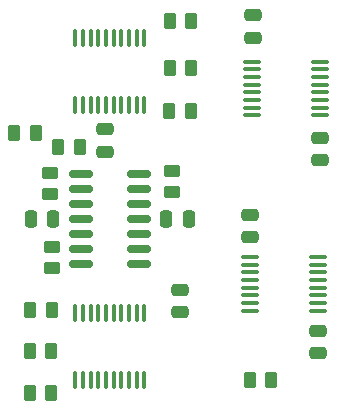
<source format=gbr>
%TF.GenerationSoftware,KiCad,Pcbnew,7.0.7*%
%TF.CreationDate,2024-06-06T22:47:17-06:00*%
%TF.ProjectId,VoiceBoardR2,566f6963-6542-46f6-9172-6452322e6b69,rev?*%
%TF.SameCoordinates,Original*%
%TF.FileFunction,Paste,Bot*%
%TF.FilePolarity,Positive*%
%FSLAX46Y46*%
G04 Gerber Fmt 4.6, Leading zero omitted, Abs format (unit mm)*
G04 Created by KiCad (PCBNEW 7.0.7) date 2024-06-06 22:47:17*
%MOMM*%
%LPD*%
G01*
G04 APERTURE LIST*
G04 Aperture macros list*
%AMRoundRect*
0 Rectangle with rounded corners*
0 $1 Rounding radius*
0 $2 $3 $4 $5 $6 $7 $8 $9 X,Y pos of 4 corners*
0 Add a 4 corners polygon primitive as box body*
4,1,4,$2,$3,$4,$5,$6,$7,$8,$9,$2,$3,0*
0 Add four circle primitives for the rounded corners*
1,1,$1+$1,$2,$3*
1,1,$1+$1,$4,$5*
1,1,$1+$1,$6,$7*
1,1,$1+$1,$8,$9*
0 Add four rect primitives between the rounded corners*
20,1,$1+$1,$2,$3,$4,$5,0*
20,1,$1+$1,$4,$5,$6,$7,0*
20,1,$1+$1,$6,$7,$8,$9,0*
20,1,$1+$1,$8,$9,$2,$3,0*%
G04 Aperture macros list end*
%ADD10RoundRect,0.250000X-0.262500X-0.450000X0.262500X-0.450000X0.262500X0.450000X-0.262500X0.450000X0*%
%ADD11RoundRect,0.250000X0.475000X-0.250000X0.475000X0.250000X-0.475000X0.250000X-0.475000X-0.250000X0*%
%ADD12RoundRect,0.250000X0.450000X-0.262500X0.450000X0.262500X-0.450000X0.262500X-0.450000X-0.262500X0*%
%ADD13RoundRect,0.250000X-0.475000X0.250000X-0.475000X-0.250000X0.475000X-0.250000X0.475000X0.250000X0*%
%ADD14RoundRect,0.250000X-0.250000X-0.475000X0.250000X-0.475000X0.250000X0.475000X-0.250000X0.475000X0*%
%ADD15RoundRect,0.250000X0.262500X0.450000X-0.262500X0.450000X-0.262500X-0.450000X0.262500X-0.450000X0*%
%ADD16RoundRect,0.100000X0.100000X-0.637500X0.100000X0.637500X-0.100000X0.637500X-0.100000X-0.637500X0*%
%ADD17RoundRect,0.250000X0.250000X0.475000X-0.250000X0.475000X-0.250000X-0.475000X0.250000X-0.475000X0*%
%ADD18RoundRect,0.100000X-0.100000X0.637500X-0.100000X-0.637500X0.100000X-0.637500X0.100000X0.637500X0*%
%ADD19RoundRect,0.100000X0.637500X0.100000X-0.637500X0.100000X-0.637500X-0.100000X0.637500X-0.100000X0*%
%ADD20RoundRect,0.150000X-0.825000X-0.150000X0.825000X-0.150000X0.825000X0.150000X-0.825000X0.150000X0*%
%ADD21RoundRect,0.250000X-0.450000X0.262500X-0.450000X-0.262500X0.450000X-0.262500X0.450000X0.262500X0*%
G04 APERTURE END LIST*
D10*
%TO.C,R230*%
X59380000Y-11792500D03*
X61205000Y-11792500D03*
%TD*%
D11*
%TO.C,C102*%
X66400000Y-9247500D03*
X66400000Y-7347500D03*
%TD*%
D10*
%TO.C,R242*%
X66175000Y-38187500D03*
X68000000Y-38187500D03*
%TD*%
%TO.C,R228*%
X59360000Y-15452500D03*
X61185000Y-15452500D03*
%TD*%
D12*
%TO.C,R233*%
X59592500Y-22305000D03*
X59592500Y-20480000D03*
%TD*%
D11*
%TO.C,C218*%
X53892500Y-18902500D03*
X53892500Y-17002500D03*
%TD*%
D13*
%TO.C,C103*%
X71900000Y-34047499D03*
X71900000Y-35947499D03*
%TD*%
D14*
%TO.C,C215*%
X47602500Y-24552500D03*
X49502500Y-24552500D03*
%TD*%
D11*
%TO.C,C104*%
X66150000Y-26147500D03*
X66150000Y-24247500D03*
%TD*%
D13*
%TO.C,C217*%
X60292500Y-30572500D03*
X60292500Y-32472500D03*
%TD*%
D15*
%TO.C,R238*%
X49375000Y-35787500D03*
X47550000Y-35787500D03*
%TD*%
%TO.C,R239*%
X49405000Y-32322500D03*
X47580000Y-32322500D03*
%TD*%
D12*
%TO.C,R240*%
X49287500Y-22475000D03*
X49287500Y-20650000D03*
%TD*%
D13*
%TO.C,C101*%
X72100000Y-17697500D03*
X72100000Y-19597500D03*
%TD*%
D16*
%TO.C,U205*%
X57237500Y-38235000D03*
X56587500Y-38235000D03*
X55937500Y-38235000D03*
X55287500Y-38235000D03*
X54637500Y-38235000D03*
X53987500Y-38235000D03*
X53337500Y-38235000D03*
X52687500Y-38235000D03*
X52037500Y-38235000D03*
X51387500Y-38235000D03*
X51387500Y-32510000D03*
X52037500Y-32510000D03*
X52687500Y-32510000D03*
X53337500Y-32510000D03*
X53987500Y-32510000D03*
X54637500Y-32510000D03*
X55287500Y-32510000D03*
X55937500Y-32510000D03*
X56587500Y-32510000D03*
X57237500Y-32510000D03*
%TD*%
D10*
%TO.C,R231*%
X46210000Y-17322500D03*
X48035000Y-17322500D03*
%TD*%
D17*
%TO.C,C216*%
X60982500Y-24572500D03*
X59082500Y-24572500D03*
%TD*%
D15*
%TO.C,R237*%
X49375000Y-39312500D03*
X47550000Y-39312500D03*
%TD*%
D18*
%TO.C,U203*%
X51387500Y-9250001D03*
X52037500Y-9250001D03*
X52687500Y-9250001D03*
X53337500Y-9250001D03*
X53987500Y-9250001D03*
X54637500Y-9250001D03*
X55287500Y-9250001D03*
X55937500Y-9250001D03*
X56587500Y-9250001D03*
X57237500Y-9250001D03*
X57237500Y-14975001D03*
X56587500Y-14975001D03*
X55937500Y-14975001D03*
X55287500Y-14975001D03*
X54637500Y-14975001D03*
X53987500Y-14975001D03*
X53337500Y-14975001D03*
X52687500Y-14975001D03*
X52037500Y-14975001D03*
X51387500Y-14975001D03*
%TD*%
D19*
%TO.C,U102*%
X72112500Y-11272500D03*
X72112500Y-11922500D03*
X72112500Y-12572500D03*
X72112500Y-13222500D03*
X72112500Y-13872500D03*
X72112500Y-14522500D03*
X72112500Y-15172500D03*
X72112500Y-15822500D03*
X66387500Y-15822500D03*
X66387500Y-15172500D03*
X66387500Y-14522500D03*
X66387500Y-13872500D03*
X66387500Y-13222500D03*
X66387500Y-12572500D03*
X66387500Y-11922500D03*
X66387500Y-11272500D03*
%TD*%
D10*
%TO.C,R229*%
X59380000Y-7862500D03*
X61205000Y-7862500D03*
%TD*%
%TO.C,R241*%
X49960000Y-18462500D03*
X51785000Y-18462500D03*
%TD*%
D20*
%TO.C,U204*%
X51837500Y-28372500D03*
X51837500Y-27102500D03*
X51837500Y-25832500D03*
X51837500Y-24562500D03*
X51837500Y-23292500D03*
X51837500Y-22022500D03*
X51837500Y-20752500D03*
X56787500Y-20752500D03*
X56787500Y-22022500D03*
X56787500Y-23292500D03*
X56787500Y-24562500D03*
X56787500Y-25832500D03*
X56787500Y-27102500D03*
X56787500Y-28372500D03*
%TD*%
D21*
%TO.C,R232*%
X49387500Y-26950000D03*
X49387500Y-28775000D03*
%TD*%
D19*
%TO.C,U101*%
X71900000Y-27797500D03*
X71900000Y-28447500D03*
X71900000Y-29097500D03*
X71900000Y-29747500D03*
X71900000Y-30397500D03*
X71900000Y-31047500D03*
X71900000Y-31697500D03*
X71900000Y-32347500D03*
X66175000Y-32347500D03*
X66175000Y-31697500D03*
X66175000Y-31047500D03*
X66175000Y-30397500D03*
X66175000Y-29747500D03*
X66175000Y-29097500D03*
X66175000Y-28447500D03*
X66175000Y-27797500D03*
%TD*%
M02*

</source>
